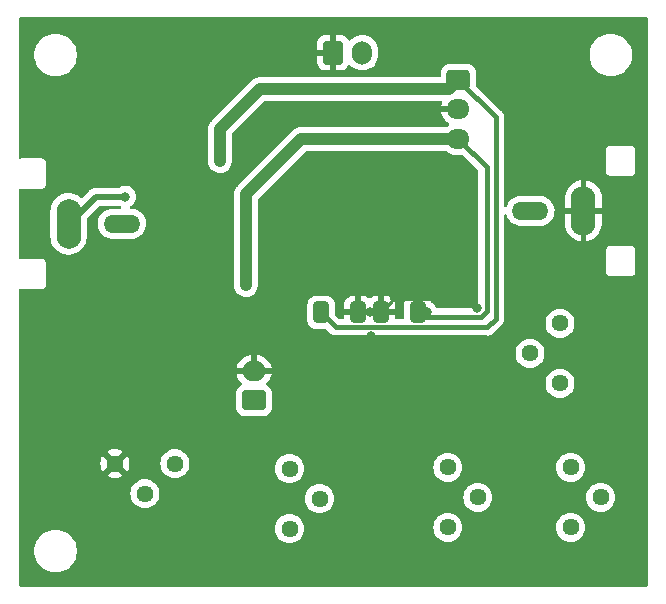
<source format=gbr>
%TF.GenerationSoftware,KiCad,Pcbnew,7.0.1*%
%TF.CreationDate,2023-05-10T23:06:59-04:00*%
%TF.ProjectId,reverb-driver,72657665-7262-42d6-9472-697665722e6b,rev?*%
%TF.SameCoordinates,Original*%
%TF.FileFunction,Copper,L2,Bot*%
%TF.FilePolarity,Positive*%
%FSLAX46Y46*%
G04 Gerber Fmt 4.6, Leading zero omitted, Abs format (unit mm)*
G04 Created by KiCad (PCBNEW 7.0.1) date 2023-05-10 23:06:59*
%MOMM*%
%LPD*%
G01*
G04 APERTURE LIST*
G04 Aperture macros list*
%AMRoundRect*
0 Rectangle with rounded corners*
0 $1 Rounding radius*
0 $2 $3 $4 $5 $6 $7 $8 $9 X,Y pos of 4 corners*
0 Add a 4 corners polygon primitive as box body*
4,1,4,$2,$3,$4,$5,$6,$7,$8,$9,$2,$3,0*
0 Add four circle primitives for the rounded corners*
1,1,$1+$1,$2,$3*
1,1,$1+$1,$4,$5*
1,1,$1+$1,$6,$7*
1,1,$1+$1,$8,$9*
0 Add four rect primitives between the rounded corners*
20,1,$1+$1,$2,$3,$4,$5,0*
20,1,$1+$1,$4,$5,$6,$7,0*
20,1,$1+$1,$6,$7,$8,$9,0*
20,1,$1+$1,$8,$9,$2,$3,0*%
G04 Aperture macros list end*
%TA.AperFunction,ComponentPad*%
%ADD10O,2.100000X4.200000*%
%TD*%
%TA.AperFunction,ComponentPad*%
%ADD11O,3.100000X1.550000*%
%TD*%
%TA.AperFunction,ComponentPad*%
%ADD12RoundRect,0.250000X-0.600000X-0.750000X0.600000X-0.750000X0.600000X0.750000X-0.600000X0.750000X0*%
%TD*%
%TA.AperFunction,ComponentPad*%
%ADD13O,1.700000X2.000000*%
%TD*%
%TA.AperFunction,ComponentPad*%
%ADD14RoundRect,0.250000X0.750000X-0.600000X0.750000X0.600000X-0.750000X0.600000X-0.750000X-0.600000X0*%
%TD*%
%TA.AperFunction,ComponentPad*%
%ADD15O,2.000000X1.700000*%
%TD*%
%TA.AperFunction,ComponentPad*%
%ADD16C,1.440000*%
%TD*%
%TA.AperFunction,ComponentPad*%
%ADD17RoundRect,0.250000X-0.725000X0.600000X-0.725000X-0.600000X0.725000X-0.600000X0.725000X0.600000X0*%
%TD*%
%TA.AperFunction,ComponentPad*%
%ADD18O,1.950000X1.700000*%
%TD*%
%TA.AperFunction,SMDPad,CuDef*%
%ADD19RoundRect,0.250000X-0.412500X-0.650000X0.412500X-0.650000X0.412500X0.650000X-0.412500X0.650000X0*%
%TD*%
%TA.AperFunction,ViaPad*%
%ADD20C,0.800000*%
%TD*%
%TA.AperFunction,Conductor*%
%ADD21C,0.500000*%
%TD*%
%TA.AperFunction,Conductor*%
%ADD22C,0.250000*%
%TD*%
%TA.AperFunction,Conductor*%
%ADD23C,0.400000*%
%TD*%
%TA.AperFunction,Conductor*%
%ADD24C,1.000000*%
%TD*%
G04 APERTURE END LIST*
D10*
%TO.P,J2,1*%
%TO.N,GND*%
X88687500Y-56200000D03*
D11*
%TO.P,J2,2*%
%TO.N,/tank_output*%
X84187500Y-56200000D03*
%TD*%
D12*
%TO.P,J5,1,Pin_1*%
%TO.N,GND*%
X67475000Y-42800000D03*
D13*
%TO.P,J5,2,Pin_2*%
%TO.N,Net-(J5-Pin_2)*%
X69975000Y-42800000D03*
%TD*%
D10*
%TO.P,J1,1*%
%TO.N,/fb*%
X45100000Y-57300000D03*
D11*
%TO.P,J1,2*%
%TO.N,/driver_out*%
X49600000Y-57300000D03*
%TD*%
D14*
%TO.P,J4,1,Pin_1*%
%TO.N,/out*%
X60800000Y-72250000D03*
D15*
%TO.P,J4,2,Pin_2*%
%TO.N,GND*%
X60800000Y-69750000D03*
%TD*%
D16*
%TO.P,RV5,1,1*%
%TO.N,GND*%
X49020000Y-77600000D03*
%TO.P,RV5,2,2*%
%TO.N,Net-(R16-Pad2)*%
X51560000Y-80140000D03*
%TO.P,RV5,3,3*%
%TO.N,Net-(C16-Pad2)*%
X54100000Y-77600000D03*
%TD*%
%TO.P,RV3,1,1*%
%TO.N,Net-(JP1-A)*%
X77200000Y-83000000D03*
%TO.P,RV3,2,2*%
%TO.N,Net-(C14-Pad2)*%
X79740000Y-80460000D03*
%TO.P,RV3,3,3*%
%TO.N,Net-(RV3-Pad3)*%
X77200000Y-77920000D03*
%TD*%
D17*
%TO.P,J3,1,Pin_1*%
%TO.N,/+VB*%
X78100000Y-45100000D03*
D18*
%TO.P,J3,2,Pin_2*%
%TO.N,GND*%
X78100000Y-47600000D03*
%TO.P,J3,3,Pin_3*%
%TO.N,/-VB*%
X78100000Y-50100000D03*
%TD*%
D16*
%TO.P,RV2,1,1*%
%TO.N,Net-(C11-Pad2)*%
X63800000Y-83100000D03*
%TO.P,RV2,2,2*%
%TO.N,Net-(U1B-+)*%
X66340000Y-80560000D03*
%TO.P,RV2,3,3*%
%TO.N,Net-(C1-Pad2)*%
X63800000Y-78020000D03*
%TD*%
%TO.P,RV1,1,1*%
%TO.N,Net-(U1C--)*%
X86700000Y-65720000D03*
%TO.P,RV1,2,2*%
X84160000Y-68260000D03*
%TO.P,RV1,3,3*%
%TO.N,Net-(C4-Pad1)*%
X86700000Y-70800000D03*
%TD*%
%TO.P,RV4,1,1*%
%TO.N,Net-(RV3-Pad3)*%
X87600000Y-83000000D03*
%TO.P,RV4,2,2*%
%TO.N,Net-(C11-Pad2)*%
X90140000Y-80460000D03*
%TO.P,RV4,3,3*%
X87600000Y-77920000D03*
%TD*%
D19*
%TO.P,C13,1*%
%TO.N,GND*%
X71537500Y-64800000D03*
%TO.P,C13,2*%
%TO.N,/-VB*%
X74662500Y-64800000D03*
%TD*%
%TO.P,C12,1*%
%TO.N,/+VB*%
X66475000Y-64800000D03*
%TO.P,C12,2*%
%TO.N,GND*%
X69600000Y-64800000D03*
%TD*%
D20*
%TO.N,GND*%
X70700000Y-66804300D03*
X91157921Y-62342079D03*
X72200000Y-73800000D03*
X91100000Y-83600000D03*
X64800000Y-66100000D03*
X48847600Y-60800000D03*
X79000000Y-67200000D03*
X70400000Y-55800000D03*
X79700000Y-64400000D03*
X82500000Y-62600000D03*
X48847600Y-64900000D03*
X68000000Y-57700000D03*
X70600000Y-64800000D03*
X73900000Y-78400000D03*
X72500000Y-62100000D03*
X83100000Y-43300000D03*
X52246250Y-49346250D03*
X53000000Y-85900000D03*
X82400000Y-53200000D03*
X42200000Y-80300000D03*
X79300000Y-53700000D03*
%TO.N,/+VB*%
X57900000Y-52000000D03*
X66475000Y-64800000D03*
%TO.N,/-VB*%
X75400000Y-64800000D03*
X60100000Y-62500000D03*
%TO.N,/fb*%
X49900000Y-55000000D03*
%TD*%
D21*
%TO.N,GND*%
X73900000Y-75500000D02*
X72200000Y-73800000D01*
D22*
X72500000Y-63600000D02*
X72500000Y-63837500D01*
D23*
X68000000Y-57700000D02*
X68500000Y-57700000D01*
X69600000Y-64800000D02*
X70600000Y-64800000D01*
X53697600Y-69750000D02*
X56870000Y-69750000D01*
X68500000Y-57700000D02*
X70400000Y-55800000D01*
X78847600Y-63547600D02*
X72552400Y-63547600D01*
D22*
X72500000Y-63837500D02*
X71537500Y-64800000D01*
D23*
X79700000Y-64400000D02*
X78847600Y-63547600D01*
X49020000Y-77600000D02*
X56870000Y-69750000D01*
X48847600Y-64900000D02*
X53697600Y-69750000D01*
X70600000Y-64800000D02*
X71537500Y-64800000D01*
X60800000Y-69750000D02*
X67754300Y-69750000D01*
X72552400Y-63547600D02*
X72500000Y-63600000D01*
X67754300Y-69750000D02*
X70700000Y-66804300D01*
D22*
X72500000Y-62100000D02*
X72500000Y-63600000D01*
D23*
X56870000Y-69750000D02*
X60800000Y-69750000D01*
D21*
X73900000Y-78400000D02*
X73900000Y-75500000D01*
D23*
%TO.N,/+VB*%
X66475000Y-64800000D02*
X67727400Y-66052400D01*
X81250000Y-48250000D02*
X78100000Y-45100000D01*
D24*
X61300000Y-45900000D02*
X77300000Y-45900000D01*
D23*
X67727400Y-66052400D02*
X80547600Y-66052400D01*
X81250000Y-65350000D02*
X81250000Y-48250000D01*
D24*
X77300000Y-45900000D02*
X78100000Y-45100000D01*
D23*
X80547600Y-66052400D02*
X81250000Y-65350000D01*
D24*
X57900000Y-49300000D02*
X61300000Y-45900000D01*
X57900000Y-52000000D02*
X57900000Y-49300000D01*
%TO.N,/-VB*%
X60100000Y-54800000D02*
X60100000Y-62500000D01*
D23*
X80500000Y-64600000D02*
X80550000Y-64650000D01*
X80047600Y-65152400D02*
X80550000Y-64650000D01*
D24*
X78100000Y-50100000D02*
X64800000Y-50100000D01*
X64800000Y-50100000D02*
X60100000Y-54800000D01*
D23*
X80500000Y-52500000D02*
X80500000Y-64600000D01*
X75014900Y-65152400D02*
X80047600Y-65152400D01*
X74662500Y-64800000D02*
X75014900Y-65152400D01*
X78100000Y-50100000D02*
X80500000Y-52500000D01*
X75400000Y-64800000D02*
X74662500Y-64800000D01*
D21*
%TO.N,/fb*%
X45100000Y-57300000D02*
X47400000Y-55000000D01*
X47400000Y-55000000D02*
X49900000Y-55000000D01*
%TD*%
%TA.AperFunction,Conductor*%
%TO.N,GND*%
G36*
X94056500Y-39798113D02*
G01*
X94101887Y-39843500D01*
X94118500Y-39905500D01*
X94118500Y-87894500D01*
X94101887Y-87956500D01*
X94056500Y-88001887D01*
X93994500Y-88018500D01*
X41005500Y-88018500D01*
X40943500Y-88001887D01*
X40898113Y-87956500D01*
X40881500Y-87894500D01*
X40881500Y-85134929D01*
X42199500Y-85134929D01*
X42239719Y-85401771D01*
X42319262Y-85659640D01*
X42436347Y-85902771D01*
X42436348Y-85902772D01*
X42436349Y-85902774D01*
X42588365Y-86125741D01*
X42771915Y-86323561D01*
X42982898Y-86491815D01*
X43216602Y-86626743D01*
X43467805Y-86725334D01*
X43730897Y-86785383D01*
X43788533Y-86789702D01*
X43932619Y-86800500D01*
X43932624Y-86800500D01*
X44067376Y-86800500D01*
X44067381Y-86800500D01*
X44193455Y-86791051D01*
X44269103Y-86785383D01*
X44532195Y-86725334D01*
X44783398Y-86626743D01*
X45017102Y-86491815D01*
X45228085Y-86323561D01*
X45411635Y-86125741D01*
X45563651Y-85902775D01*
X45680738Y-85659641D01*
X45760280Y-85401772D01*
X45800500Y-85134929D01*
X45800500Y-84865071D01*
X45760280Y-84598228D01*
X45680738Y-84340359D01*
X45563651Y-84097226D01*
X45411635Y-83874259D01*
X45228085Y-83676439D01*
X45017102Y-83508185D01*
X44783398Y-83373257D01*
X44532195Y-83274666D01*
X44269100Y-83214616D01*
X44067381Y-83199500D01*
X44067376Y-83199500D01*
X43932624Y-83199500D01*
X43932619Y-83199500D01*
X43730899Y-83214616D01*
X43467804Y-83274666D01*
X43216601Y-83373257D01*
X42982899Y-83508184D01*
X42771914Y-83676439D01*
X42588366Y-83874256D01*
X42436348Y-84097227D01*
X42319262Y-84340359D01*
X42239719Y-84598228D01*
X42199500Y-84865071D01*
X42199500Y-85134929D01*
X40881500Y-85134929D01*
X40881500Y-83100000D01*
X62574837Y-83100000D01*
X62593450Y-83312744D01*
X62648724Y-83519031D01*
X62738979Y-83712582D01*
X62861471Y-83887520D01*
X63012479Y-84038528D01*
X63187417Y-84161020D01*
X63187418Y-84161020D01*
X63187419Y-84161021D01*
X63380970Y-84251276D01*
X63587253Y-84306549D01*
X63800000Y-84325162D01*
X64012747Y-84306549D01*
X64219030Y-84251276D01*
X64412581Y-84161021D01*
X64587519Y-84038529D01*
X64738529Y-83887519D01*
X64861021Y-83712581D01*
X64951276Y-83519030D01*
X65006549Y-83312747D01*
X65025162Y-83100000D01*
X65016413Y-83000000D01*
X75974837Y-83000000D01*
X75993450Y-83212744D01*
X76048724Y-83419031D01*
X76138979Y-83612582D01*
X76261471Y-83787520D01*
X76412479Y-83938528D01*
X76587417Y-84061020D01*
X76587418Y-84061020D01*
X76587419Y-84061021D01*
X76780970Y-84151276D01*
X76987253Y-84206549D01*
X77200000Y-84225162D01*
X77412747Y-84206549D01*
X77619030Y-84151276D01*
X77812581Y-84061021D01*
X77987519Y-83938529D01*
X78138529Y-83787519D01*
X78261021Y-83612581D01*
X78351276Y-83419030D01*
X78406549Y-83212747D01*
X78425162Y-83000000D01*
X86374837Y-83000000D01*
X86393450Y-83212744D01*
X86448724Y-83419031D01*
X86538979Y-83612582D01*
X86661471Y-83787520D01*
X86812479Y-83938528D01*
X86987417Y-84061020D01*
X86987418Y-84061020D01*
X86987419Y-84061021D01*
X87180970Y-84151276D01*
X87387253Y-84206549D01*
X87600000Y-84225162D01*
X87812747Y-84206549D01*
X88019030Y-84151276D01*
X88212581Y-84061021D01*
X88387519Y-83938529D01*
X88538529Y-83787519D01*
X88661021Y-83612581D01*
X88751276Y-83419030D01*
X88806549Y-83212747D01*
X88825162Y-83000000D01*
X88806549Y-82787253D01*
X88751276Y-82580970D01*
X88661021Y-82387419D01*
X88608549Y-82312481D01*
X88538528Y-82212479D01*
X88387520Y-82061471D01*
X88212582Y-81938979D01*
X88019031Y-81848724D01*
X87812744Y-81793450D01*
X87600000Y-81774837D01*
X87387255Y-81793450D01*
X87180968Y-81848724D01*
X86987417Y-81938979D01*
X86812479Y-82061471D01*
X86661471Y-82212479D01*
X86538979Y-82387417D01*
X86448724Y-82580968D01*
X86393450Y-82787255D01*
X86374837Y-83000000D01*
X78425162Y-83000000D01*
X78406549Y-82787253D01*
X78351276Y-82580970D01*
X78261021Y-82387419D01*
X78208549Y-82312481D01*
X78138528Y-82212479D01*
X77987520Y-82061471D01*
X77812582Y-81938979D01*
X77619031Y-81848724D01*
X77412744Y-81793450D01*
X77200000Y-81774837D01*
X76987255Y-81793450D01*
X76780968Y-81848724D01*
X76587417Y-81938979D01*
X76412479Y-82061471D01*
X76261471Y-82212479D01*
X76138979Y-82387417D01*
X76048724Y-82580968D01*
X75993450Y-82787255D01*
X75974837Y-83000000D01*
X65016413Y-83000000D01*
X65006549Y-82887253D01*
X64951276Y-82680970D01*
X64861021Y-82487419D01*
X64790999Y-82387417D01*
X64738528Y-82312479D01*
X64587520Y-82161471D01*
X64412582Y-82038979D01*
X64219031Y-81948724D01*
X64012744Y-81893450D01*
X63800000Y-81874837D01*
X63587255Y-81893450D01*
X63380968Y-81948724D01*
X63187417Y-82038979D01*
X63012479Y-82161471D01*
X62861471Y-82312479D01*
X62738979Y-82487417D01*
X62648724Y-82680968D01*
X62593450Y-82887255D01*
X62574837Y-83100000D01*
X40881500Y-83100000D01*
X40881500Y-80139999D01*
X50334837Y-80139999D01*
X50353450Y-80352744D01*
X50408724Y-80559031D01*
X50498979Y-80752582D01*
X50621471Y-80927520D01*
X50772479Y-81078528D01*
X50947417Y-81201020D01*
X50947418Y-81201020D01*
X50947419Y-81201021D01*
X51140970Y-81291276D01*
X51347253Y-81346549D01*
X51489084Y-81358957D01*
X51559999Y-81365162D01*
X51559999Y-81365161D01*
X51560000Y-81365162D01*
X51772747Y-81346549D01*
X51979030Y-81291276D01*
X52172581Y-81201021D01*
X52347519Y-81078529D01*
X52498529Y-80927519D01*
X52621021Y-80752581D01*
X52710824Y-80559999D01*
X65114837Y-80559999D01*
X65133450Y-80772744D01*
X65188724Y-80979031D01*
X65278979Y-81172582D01*
X65401471Y-81347520D01*
X65552479Y-81498528D01*
X65727417Y-81621020D01*
X65727418Y-81621020D01*
X65727419Y-81621021D01*
X65920970Y-81711276D01*
X66127253Y-81766549D01*
X66269084Y-81778957D01*
X66339999Y-81785162D01*
X66339999Y-81785161D01*
X66340000Y-81785162D01*
X66552747Y-81766549D01*
X66759030Y-81711276D01*
X66952581Y-81621021D01*
X67127519Y-81498529D01*
X67278529Y-81347519D01*
X67401021Y-81172581D01*
X67491276Y-80979030D01*
X67546549Y-80772747D01*
X67565162Y-80560000D01*
X67556413Y-80460000D01*
X78514837Y-80460000D01*
X78533450Y-80672744D01*
X78588724Y-80879031D01*
X78678979Y-81072582D01*
X78801471Y-81247520D01*
X78952479Y-81398528D01*
X79127417Y-81521020D01*
X79127418Y-81521020D01*
X79127419Y-81521021D01*
X79320970Y-81611276D01*
X79527253Y-81666549D01*
X79740000Y-81685162D01*
X79952747Y-81666549D01*
X80159030Y-81611276D01*
X80352581Y-81521021D01*
X80527519Y-81398529D01*
X80678529Y-81247519D01*
X80801021Y-81072581D01*
X80891276Y-80879030D01*
X80946549Y-80672747D01*
X80965162Y-80460000D01*
X88914837Y-80460000D01*
X88933450Y-80672744D01*
X88988724Y-80879031D01*
X89078979Y-81072582D01*
X89201471Y-81247520D01*
X89352479Y-81398528D01*
X89527417Y-81521020D01*
X89527418Y-81521020D01*
X89527419Y-81521021D01*
X89720970Y-81611276D01*
X89927253Y-81666549D01*
X90140000Y-81685162D01*
X90352747Y-81666549D01*
X90559030Y-81611276D01*
X90752581Y-81521021D01*
X90927519Y-81398529D01*
X91078529Y-81247519D01*
X91201021Y-81072581D01*
X91291276Y-80879030D01*
X91346549Y-80672747D01*
X91365162Y-80460000D01*
X91346549Y-80247253D01*
X91291276Y-80040970D01*
X91201021Y-79847419D01*
X91148549Y-79772481D01*
X91078528Y-79672479D01*
X90927520Y-79521471D01*
X90752582Y-79398979D01*
X90559031Y-79308724D01*
X90352744Y-79253450D01*
X90139999Y-79234837D01*
X89927255Y-79253450D01*
X89720968Y-79308724D01*
X89527417Y-79398979D01*
X89352479Y-79521471D01*
X89201471Y-79672479D01*
X89078979Y-79847417D01*
X88988724Y-80040968D01*
X88933450Y-80247255D01*
X88914837Y-80460000D01*
X80965162Y-80460000D01*
X80946549Y-80247253D01*
X80891276Y-80040970D01*
X80801021Y-79847419D01*
X80748549Y-79772481D01*
X80678528Y-79672479D01*
X80527520Y-79521471D01*
X80352582Y-79398979D01*
X80159031Y-79308724D01*
X79952744Y-79253450D01*
X79739999Y-79234837D01*
X79527255Y-79253450D01*
X79320968Y-79308724D01*
X79127417Y-79398979D01*
X78952479Y-79521471D01*
X78801471Y-79672479D01*
X78678979Y-79847417D01*
X78588724Y-80040968D01*
X78533450Y-80247255D01*
X78514837Y-80460000D01*
X67556413Y-80460000D01*
X67546549Y-80347253D01*
X67491276Y-80140970D01*
X67401021Y-79947419D01*
X67386902Y-79927255D01*
X67278528Y-79772479D01*
X67127520Y-79621471D01*
X66952582Y-79498979D01*
X66759031Y-79408724D01*
X66552744Y-79353450D01*
X66340000Y-79334837D01*
X66127255Y-79353450D01*
X65920968Y-79408724D01*
X65727417Y-79498979D01*
X65552479Y-79621471D01*
X65401471Y-79772479D01*
X65278979Y-79947417D01*
X65188724Y-80140968D01*
X65133450Y-80347255D01*
X65114837Y-80559999D01*
X52710824Y-80559999D01*
X52711276Y-80559030D01*
X52766549Y-80352747D01*
X52785162Y-80140000D01*
X52766549Y-79927253D01*
X52711276Y-79720970D01*
X52621021Y-79527419D01*
X52616856Y-79521471D01*
X52498528Y-79352479D01*
X52347520Y-79201471D01*
X52172582Y-79078979D01*
X51979031Y-78988724D01*
X51772744Y-78933450D01*
X51560000Y-78914837D01*
X51347255Y-78933450D01*
X51140968Y-78988724D01*
X50947417Y-79078979D01*
X50772479Y-79201471D01*
X50621471Y-79352479D01*
X50498979Y-79527417D01*
X50408724Y-79720968D01*
X50353450Y-79927255D01*
X50334837Y-80139999D01*
X40881500Y-80139999D01*
X40881500Y-78621583D01*
X48351967Y-78621583D01*
X48407670Y-78660587D01*
X48601138Y-78750802D01*
X48807342Y-78806055D01*
X49020000Y-78824660D01*
X49232657Y-78806055D01*
X49438861Y-78750802D01*
X49632325Y-78660589D01*
X49688030Y-78621583D01*
X49020001Y-77953553D01*
X49020000Y-77953553D01*
X48351967Y-78621583D01*
X40881500Y-78621583D01*
X40881500Y-77600000D01*
X47795339Y-77600000D01*
X47813944Y-77812657D01*
X47869197Y-78018861D01*
X47959410Y-78212326D01*
X47998415Y-78268030D01*
X47998416Y-78268031D01*
X48666447Y-77600001D01*
X49373553Y-77600001D01*
X50041583Y-78268030D01*
X50080589Y-78212325D01*
X50170802Y-78018861D01*
X50226055Y-77812657D01*
X50244660Y-77600000D01*
X52874837Y-77600000D01*
X52893450Y-77812744D01*
X52948724Y-78019031D01*
X53038979Y-78212582D01*
X53161471Y-78387520D01*
X53312479Y-78538528D01*
X53487417Y-78661020D01*
X53487418Y-78661020D01*
X53487419Y-78661021D01*
X53680970Y-78751276D01*
X53887253Y-78806549D01*
X54100000Y-78825162D01*
X54312747Y-78806549D01*
X54519030Y-78751276D01*
X54712581Y-78661021D01*
X54887519Y-78538529D01*
X55038529Y-78387519D01*
X55161021Y-78212581D01*
X55250824Y-78019999D01*
X62574837Y-78019999D01*
X62593450Y-78232744D01*
X62648724Y-78439031D01*
X62738979Y-78632582D01*
X62861471Y-78807520D01*
X63012479Y-78958528D01*
X63187417Y-79081020D01*
X63187418Y-79081020D01*
X63187419Y-79081021D01*
X63380970Y-79171276D01*
X63587253Y-79226549D01*
X63800000Y-79245162D01*
X64012747Y-79226549D01*
X64219030Y-79171276D01*
X64412581Y-79081021D01*
X64587519Y-78958529D01*
X64738529Y-78807519D01*
X64861021Y-78632581D01*
X64951276Y-78439030D01*
X65006549Y-78232747D01*
X65025162Y-78020000D01*
X65016413Y-77919999D01*
X75974837Y-77919999D01*
X75993450Y-78132744D01*
X76048724Y-78339031D01*
X76138979Y-78532582D01*
X76261471Y-78707520D01*
X76412479Y-78858528D01*
X76587417Y-78981020D01*
X76587418Y-78981020D01*
X76587419Y-78981021D01*
X76780970Y-79071276D01*
X76987253Y-79126549D01*
X77200000Y-79145162D01*
X77412747Y-79126549D01*
X77619030Y-79071276D01*
X77812581Y-78981021D01*
X77987519Y-78858529D01*
X78138529Y-78707519D01*
X78261021Y-78532581D01*
X78351276Y-78339030D01*
X78406549Y-78132747D01*
X78425162Y-77920000D01*
X78425162Y-77919999D01*
X86374837Y-77919999D01*
X86393450Y-78132744D01*
X86448724Y-78339031D01*
X86538979Y-78532582D01*
X86661471Y-78707520D01*
X86812479Y-78858528D01*
X86987417Y-78981020D01*
X86987418Y-78981020D01*
X86987419Y-78981021D01*
X87180970Y-79071276D01*
X87387253Y-79126549D01*
X87600000Y-79145162D01*
X87812747Y-79126549D01*
X88019030Y-79071276D01*
X88212581Y-78981021D01*
X88387519Y-78858529D01*
X88538529Y-78707519D01*
X88661021Y-78532581D01*
X88751276Y-78339030D01*
X88806549Y-78132747D01*
X88825162Y-77920000D01*
X88806549Y-77707253D01*
X88751276Y-77500970D01*
X88661021Y-77307419D01*
X88618328Y-77246447D01*
X88538528Y-77132479D01*
X88387520Y-76981471D01*
X88212582Y-76858979D01*
X88019031Y-76768724D01*
X87812744Y-76713450D01*
X87600000Y-76694837D01*
X87387255Y-76713450D01*
X87180968Y-76768724D01*
X86987417Y-76858979D01*
X86812479Y-76981471D01*
X86661471Y-77132479D01*
X86538979Y-77307417D01*
X86448724Y-77500968D01*
X86393450Y-77707255D01*
X86374837Y-77919999D01*
X78425162Y-77919999D01*
X78406549Y-77707253D01*
X78351276Y-77500970D01*
X78261021Y-77307419D01*
X78218328Y-77246447D01*
X78138528Y-77132479D01*
X77987520Y-76981471D01*
X77812582Y-76858979D01*
X77619031Y-76768724D01*
X77412744Y-76713450D01*
X77200000Y-76694837D01*
X76987255Y-76713450D01*
X76780968Y-76768724D01*
X76587417Y-76858979D01*
X76412479Y-76981471D01*
X76261471Y-77132479D01*
X76138979Y-77307417D01*
X76048724Y-77500968D01*
X75993450Y-77707255D01*
X75974837Y-77919999D01*
X65016413Y-77919999D01*
X65006549Y-77807253D01*
X64951276Y-77600970D01*
X64861021Y-77407419D01*
X64846902Y-77387255D01*
X64738528Y-77232479D01*
X64587520Y-77081471D01*
X64412582Y-76958979D01*
X64219031Y-76868724D01*
X64012744Y-76813450D01*
X63800000Y-76794837D01*
X63587255Y-76813450D01*
X63380968Y-76868724D01*
X63187417Y-76958979D01*
X63012479Y-77081471D01*
X62861471Y-77232479D01*
X62738979Y-77407417D01*
X62648724Y-77600968D01*
X62593450Y-77807255D01*
X62574837Y-78019999D01*
X55250824Y-78019999D01*
X55251276Y-78019030D01*
X55306549Y-77812747D01*
X55325162Y-77600000D01*
X55306549Y-77387253D01*
X55251276Y-77180970D01*
X55161021Y-76987419D01*
X55156856Y-76981471D01*
X55038528Y-76812479D01*
X54887520Y-76661471D01*
X54712582Y-76538979D01*
X54519031Y-76448724D01*
X54312744Y-76393450D01*
X54100000Y-76374837D01*
X53887255Y-76393450D01*
X53680968Y-76448724D01*
X53487417Y-76538979D01*
X53312479Y-76661471D01*
X53161471Y-76812479D01*
X53038979Y-76987417D01*
X52948724Y-77180968D01*
X52893450Y-77387255D01*
X52874837Y-77600000D01*
X50244660Y-77600000D01*
X50226055Y-77387342D01*
X50170802Y-77181138D01*
X50080587Y-76987670D01*
X50041583Y-76931967D01*
X49373553Y-77600000D01*
X49373553Y-77600001D01*
X48666447Y-77600001D01*
X48666447Y-77600000D01*
X47998414Y-76931967D01*
X47959411Y-76987672D01*
X47869197Y-77181138D01*
X47813944Y-77387342D01*
X47795339Y-77600000D01*
X40881500Y-77600000D01*
X40881500Y-76578414D01*
X48351967Y-76578414D01*
X49020000Y-77246447D01*
X49020001Y-77246447D01*
X49688031Y-76578416D01*
X49688030Y-76578415D01*
X49632326Y-76539410D01*
X49438861Y-76449197D01*
X49232657Y-76393944D01*
X49020000Y-76375339D01*
X48807342Y-76393944D01*
X48601138Y-76449197D01*
X48407672Y-76539411D01*
X48351967Y-76578414D01*
X40881500Y-76578414D01*
X40881500Y-72900008D01*
X59299500Y-72900008D01*
X59310000Y-73002796D01*
X59365186Y-73169334D01*
X59457288Y-73318657D01*
X59581342Y-73442711D01*
X59581344Y-73442712D01*
X59730666Y-73534814D01*
X59842017Y-73571712D01*
X59897202Y-73589999D01*
X59907702Y-73591071D01*
X59999991Y-73600500D01*
X61600008Y-73600499D01*
X61702797Y-73589999D01*
X61869334Y-73534814D01*
X62018656Y-73442712D01*
X62142712Y-73318656D01*
X62234814Y-73169334D01*
X62289999Y-73002797D01*
X62300500Y-72900009D01*
X62300499Y-71599992D01*
X62289999Y-71497203D01*
X62234814Y-71330666D01*
X62142712Y-71181344D01*
X62142711Y-71181342D01*
X62018657Y-71057288D01*
X61863441Y-70961551D01*
X61823957Y-70922638D01*
X61805375Y-70870408D01*
X61811411Y-70815301D01*
X61821003Y-70800000D01*
X85474837Y-70800000D01*
X85493450Y-71012744D01*
X85548724Y-71219031D01*
X85638979Y-71412582D01*
X85761471Y-71587520D01*
X85912479Y-71738528D01*
X86087417Y-71861020D01*
X86087418Y-71861020D01*
X86087419Y-71861021D01*
X86280970Y-71951276D01*
X86487253Y-72006549D01*
X86629084Y-72018957D01*
X86699999Y-72025162D01*
X86699999Y-72025161D01*
X86700000Y-72025162D01*
X86912747Y-72006549D01*
X87119030Y-71951276D01*
X87312581Y-71861021D01*
X87487519Y-71738529D01*
X87638529Y-71587519D01*
X87761021Y-71412581D01*
X87851276Y-71219030D01*
X87906549Y-71012747D01*
X87925162Y-70800000D01*
X87906549Y-70587253D01*
X87851276Y-70380970D01*
X87761021Y-70187419D01*
X87638529Y-70012481D01*
X87638528Y-70012479D01*
X87487520Y-69861471D01*
X87312582Y-69738979D01*
X87119031Y-69648724D01*
X86912744Y-69593450D01*
X86700000Y-69574837D01*
X86487255Y-69593450D01*
X86280968Y-69648724D01*
X86087417Y-69738979D01*
X85912479Y-69861471D01*
X85761471Y-70012479D01*
X85638979Y-70187417D01*
X85548724Y-70380968D01*
X85493450Y-70587255D01*
X85474837Y-70800000D01*
X61821003Y-70800000D01*
X61840856Y-70768330D01*
X61988109Y-70621077D01*
X62123600Y-70427576D01*
X62223430Y-70213492D01*
X62280636Y-70000000D01*
X59319364Y-70000000D01*
X59376569Y-70213492D01*
X59476400Y-70427578D01*
X59611890Y-70621078D01*
X59759143Y-70768331D01*
X59788588Y-70815301D01*
X59794624Y-70870408D01*
X59776042Y-70922637D01*
X59736559Y-70961551D01*
X59581341Y-71057289D01*
X59457288Y-71181342D01*
X59365186Y-71330665D01*
X59310000Y-71497202D01*
X59299500Y-71599990D01*
X59299500Y-72900008D01*
X40881500Y-72900008D01*
X40881500Y-69500000D01*
X59319364Y-69500000D01*
X60550000Y-69500000D01*
X60550000Y-68403593D01*
X60549999Y-68403592D01*
X61050000Y-68403592D01*
X61050000Y-69500000D01*
X62280636Y-69500000D01*
X62280635Y-69499999D01*
X62223430Y-69286507D01*
X62123599Y-69072421D01*
X61988109Y-68878921D01*
X61821078Y-68711890D01*
X61627578Y-68576400D01*
X61413492Y-68476569D01*
X61185318Y-68415430D01*
X61050000Y-68403592D01*
X60549999Y-68403592D01*
X60414681Y-68415430D01*
X60186507Y-68476569D01*
X59972421Y-68576400D01*
X59778921Y-68711890D01*
X59611893Y-68878918D01*
X59476399Y-69072423D01*
X59376569Y-69286507D01*
X59319364Y-69499999D01*
X59319364Y-69500000D01*
X40881500Y-69500000D01*
X40881500Y-68259999D01*
X82934837Y-68259999D01*
X82953450Y-68472744D01*
X83008724Y-68679031D01*
X83098979Y-68872582D01*
X83221471Y-69047520D01*
X83372479Y-69198528D01*
X83547417Y-69321020D01*
X83547418Y-69321020D01*
X83547419Y-69321021D01*
X83740970Y-69411276D01*
X83947253Y-69466549D01*
X84160000Y-69485162D01*
X84372747Y-69466549D01*
X84579030Y-69411276D01*
X84772581Y-69321021D01*
X84947519Y-69198529D01*
X85098529Y-69047519D01*
X85221021Y-68872581D01*
X85311276Y-68679030D01*
X85366549Y-68472747D01*
X85385162Y-68260000D01*
X85366549Y-68047253D01*
X85311276Y-67840970D01*
X85221021Y-67647419D01*
X85098529Y-67472481D01*
X85098528Y-67472479D01*
X84947520Y-67321471D01*
X84772582Y-67198979D01*
X84579031Y-67108724D01*
X84372744Y-67053450D01*
X84160000Y-67034837D01*
X83947255Y-67053450D01*
X83740968Y-67108724D01*
X83547417Y-67198979D01*
X83372479Y-67321471D01*
X83221471Y-67472479D01*
X83098979Y-67647417D01*
X83008724Y-67840968D01*
X82953450Y-68047255D01*
X82934837Y-68259999D01*
X40881500Y-68259999D01*
X40881500Y-62952017D01*
X40895249Y-62895266D01*
X40933446Y-62851100D01*
X40987621Y-62829313D01*
X41015646Y-62831927D01*
X41015646Y-62831500D01*
X41036339Y-62831500D01*
X41079087Y-62831500D01*
X41089325Y-62831923D01*
X41092330Y-62832171D01*
X41131940Y-62835454D01*
X41132571Y-62835294D01*
X41163011Y-62831500D01*
X42779087Y-62831500D01*
X42789325Y-62831923D01*
X42792560Y-62832191D01*
X42831940Y-62835454D01*
X42873396Y-62824954D01*
X42883416Y-62822854D01*
X42925586Y-62815818D01*
X42926159Y-62815507D01*
X42954734Y-62804357D01*
X42955366Y-62804198D01*
X42991158Y-62780813D01*
X42999964Y-62775567D01*
X43015068Y-62767393D01*
X43037562Y-62755220D01*
X43037996Y-62754747D01*
X43061414Y-62734914D01*
X43061956Y-62734560D01*
X43088231Y-62700799D01*
X43094825Y-62693014D01*
X43123795Y-62661546D01*
X43124054Y-62660954D01*
X43139760Y-62634595D01*
X43140158Y-62634085D01*
X43154040Y-62593645D01*
X43157759Y-62584113D01*
X43174940Y-62544948D01*
X43174993Y-62544296D01*
X43181288Y-62514275D01*
X43181500Y-62513661D01*
X43181500Y-62470913D01*
X43181923Y-62460675D01*
X43182155Y-62457868D01*
X43185454Y-62418060D01*
X43185294Y-62417428D01*
X43181500Y-62386989D01*
X43181500Y-60670913D01*
X43181923Y-60660675D01*
X43182191Y-60657439D01*
X43185454Y-60618060D01*
X43174951Y-60576588D01*
X43172853Y-60566578D01*
X43165818Y-60524414D01*
X43165507Y-60523839D01*
X43154358Y-60495265D01*
X43154198Y-60494634D01*
X43130808Y-60458831D01*
X43125563Y-60450029D01*
X43105220Y-60412438D01*
X43104741Y-60411997D01*
X43084917Y-60388590D01*
X43084560Y-60388044D01*
X43084558Y-60388042D01*
X43050818Y-60361782D01*
X43042998Y-60355158D01*
X43011545Y-60326204D01*
X43010943Y-60325940D01*
X42984607Y-60310247D01*
X42984086Y-60309842D01*
X42943647Y-60295958D01*
X42934104Y-60292235D01*
X42897777Y-60276301D01*
X42894948Y-60275060D01*
X42894947Y-60275059D01*
X42894945Y-60275059D01*
X42894291Y-60275005D01*
X42864282Y-60268712D01*
X42863664Y-60268500D01*
X42863661Y-60268500D01*
X42820913Y-60268500D01*
X42810675Y-60268077D01*
X42796548Y-60266906D01*
X42768060Y-60264546D01*
X42768059Y-60264546D01*
X42767428Y-60264706D01*
X42736989Y-60268500D01*
X41120913Y-60268500D01*
X41110675Y-60268077D01*
X41089456Y-60266318D01*
X41068060Y-60264546D01*
X41068059Y-60264546D01*
X41035939Y-60272680D01*
X40980052Y-60273835D01*
X40929337Y-60250327D01*
X40894099Y-60206934D01*
X40881500Y-60152474D01*
X40881500Y-58412481D01*
X43549500Y-58412481D01*
X43564372Y-58596708D01*
X43564600Y-58599526D01*
X43624509Y-58842589D01*
X43722636Y-59072901D01*
X43780589Y-59164546D01*
X43856432Y-59284481D01*
X43954019Y-59394634D01*
X44017755Y-59466578D01*
X44022437Y-59471862D01*
X44216350Y-59630188D01*
X44433150Y-59755357D01*
X44667220Y-59844128D01*
X44912500Y-59894202D01*
X44995878Y-59897562D01*
X45162631Y-59904282D01*
X45162631Y-59904281D01*
X45162635Y-59904282D01*
X45411149Y-59874107D01*
X45651604Y-59804459D01*
X45877772Y-59697141D01*
X46083797Y-59554932D01*
X46264341Y-59381516D01*
X46414730Y-59181385D01*
X46531069Y-58959721D01*
X46610343Y-58722266D01*
X46650500Y-58475169D01*
X46650500Y-56862230D01*
X46659939Y-56814777D01*
X46686819Y-56774549D01*
X47674548Y-55786819D01*
X47714776Y-55759939D01*
X47762229Y-55750500D01*
X49360663Y-55750500D01*
X49398982Y-55756569D01*
X49433550Y-55774183D01*
X49447270Y-55784151D01*
X49447271Y-55784151D01*
X49447272Y-55784152D01*
X49454163Y-55787221D01*
X49505550Y-55829732D01*
X49527482Y-55892714D01*
X49513616Y-55957949D01*
X49467962Y-56006565D01*
X49403727Y-56024500D01*
X48767713Y-56024500D01*
X48596330Y-56039925D01*
X48596327Y-56039925D01*
X48596325Y-56039926D01*
X48375010Y-56101004D01*
X48168154Y-56200619D01*
X48030922Y-56300325D01*
X47982407Y-56335575D01*
X47982405Y-56335576D01*
X47982405Y-56335577D01*
X47823742Y-56501523D01*
X47697259Y-56693138D01*
X47607024Y-56904253D01*
X47555934Y-57128094D01*
X47545633Y-57357454D01*
X47576453Y-57584974D01*
X47647400Y-57803328D01*
X47756201Y-58005513D01*
X47899346Y-58185012D01*
X48072245Y-58336069D01*
X48072246Y-58336070D01*
X48072249Y-58336072D01*
X48200136Y-58412481D01*
X48269346Y-58453832D01*
X48484300Y-58534506D01*
X48710200Y-58575500D01*
X48710203Y-58575500D01*
X50432284Y-58575500D01*
X50432287Y-58575500D01*
X50603670Y-58560075D01*
X50824990Y-58498995D01*
X50921064Y-58452728D01*
X51031845Y-58399380D01*
X51070218Y-58371500D01*
X51217593Y-58264425D01*
X51376257Y-58098476D01*
X51502740Y-57906863D01*
X51592976Y-57695744D01*
X51644066Y-57471907D01*
X51654366Y-57242544D01*
X51623547Y-57015027D01*
X51552599Y-56796670D01*
X51443801Y-56594490D01*
X51443798Y-56594486D01*
X51300653Y-56414987D01*
X51127754Y-56263930D01*
X51116918Y-56257456D01*
X50930656Y-56146169D01*
X50930653Y-56146167D01*
X50715699Y-56065493D01*
X50489800Y-56024500D01*
X50489797Y-56024500D01*
X50396273Y-56024500D01*
X50332038Y-56006565D01*
X50286384Y-55957949D01*
X50272518Y-55892714D01*
X50294450Y-55829732D01*
X50345837Y-55787221D01*
X50352730Y-55784151D01*
X50505870Y-55672889D01*
X50632533Y-55532216D01*
X50727179Y-55368284D01*
X50744496Y-55314987D01*
X50785674Y-55188256D01*
X50805460Y-55000000D01*
X50785674Y-54811744D01*
X50735578Y-54657564D01*
X50727179Y-54631715D01*
X50632533Y-54467783D01*
X50505870Y-54327110D01*
X50352730Y-54215848D01*
X50179802Y-54138855D01*
X49994648Y-54099500D01*
X49994646Y-54099500D01*
X49805354Y-54099500D01*
X49805352Y-54099500D01*
X49620197Y-54138855D01*
X49447271Y-54215847D01*
X49433550Y-54225817D01*
X49398982Y-54243431D01*
X49360663Y-54249500D01*
X47463706Y-54249500D01*
X47445736Y-54248191D01*
X47431853Y-54246157D01*
X47421977Y-54244711D01*
X47421976Y-54244711D01*
X47372634Y-54249028D01*
X47361827Y-54249500D01*
X47356289Y-54249500D01*
X47325487Y-54253099D01*
X47321906Y-54253465D01*
X47245952Y-54260111D01*
X47226926Y-54264329D01*
X47155245Y-54290417D01*
X47151842Y-54291600D01*
X47079474Y-54315580D01*
X47061927Y-54324076D01*
X46998236Y-54365965D01*
X46995196Y-54367902D01*
X46930280Y-54407943D01*
X46915165Y-54420255D01*
X46862848Y-54475708D01*
X46860336Y-54478294D01*
X46274960Y-55063670D01*
X46223374Y-55094619D01*
X46163292Y-55097647D01*
X46108856Y-55072040D01*
X45983649Y-54969811D01*
X45766850Y-54844643D01*
X45532779Y-54755871D01*
X45287497Y-54705797D01*
X45037368Y-54695717D01*
X44788848Y-54725893D01*
X44548398Y-54795540D01*
X44322226Y-54902860D01*
X44116202Y-55045068D01*
X43935659Y-55218483D01*
X43785268Y-55418616D01*
X43668931Y-55640276D01*
X43589656Y-55877736D01*
X43563298Y-56039926D01*
X43549500Y-56124831D01*
X43549500Y-58412481D01*
X40881500Y-58412481D01*
X40881500Y-54452017D01*
X40895249Y-54395266D01*
X40933446Y-54351100D01*
X40987621Y-54329313D01*
X41015646Y-54331927D01*
X41015646Y-54331500D01*
X41036339Y-54331500D01*
X41079087Y-54331500D01*
X41089325Y-54331923D01*
X41092330Y-54332171D01*
X41131940Y-54335454D01*
X41132571Y-54335294D01*
X41163011Y-54331500D01*
X42779087Y-54331500D01*
X42789325Y-54331923D01*
X42792560Y-54332191D01*
X42831940Y-54335454D01*
X42873396Y-54324954D01*
X42883416Y-54322854D01*
X42925586Y-54315818D01*
X42926159Y-54315507D01*
X42954734Y-54304357D01*
X42955366Y-54304198D01*
X42991158Y-54280813D01*
X42999964Y-54275567D01*
X43019935Y-54264759D01*
X43037562Y-54255220D01*
X43037996Y-54254747D01*
X43061414Y-54234914D01*
X43061956Y-54234560D01*
X43088231Y-54200799D01*
X43094825Y-54193014D01*
X43123795Y-54161546D01*
X43124054Y-54160954D01*
X43139760Y-54134595D01*
X43140158Y-54134085D01*
X43154040Y-54093645D01*
X43157759Y-54084113D01*
X43174940Y-54044948D01*
X43174993Y-54044296D01*
X43181288Y-54014275D01*
X43181500Y-54013661D01*
X43181500Y-53970913D01*
X43181923Y-53960675D01*
X43183184Y-53945456D01*
X43185454Y-53918060D01*
X43185294Y-53917428D01*
X43181500Y-53886989D01*
X43181500Y-52170913D01*
X43181923Y-52160675D01*
X43182191Y-52157439D01*
X43185454Y-52118060D01*
X43174951Y-52076588D01*
X43172853Y-52066578D01*
X43170210Y-52050740D01*
X43165818Y-52024414D01*
X43165507Y-52023839D01*
X43154358Y-51995265D01*
X43154198Y-51994634D01*
X43130808Y-51958831D01*
X43125563Y-51950029D01*
X43105220Y-51912438D01*
X43104741Y-51911997D01*
X43084917Y-51888590D01*
X43084560Y-51888044D01*
X43084558Y-51888042D01*
X43050818Y-51861782D01*
X43042998Y-51855158D01*
X43011545Y-51826204D01*
X43010943Y-51825940D01*
X42984607Y-51810247D01*
X42984086Y-51809842D01*
X42943647Y-51795958D01*
X42934104Y-51792235D01*
X42897777Y-51776301D01*
X42894948Y-51775060D01*
X42894947Y-51775059D01*
X42894945Y-51775059D01*
X42894291Y-51775005D01*
X42864282Y-51768712D01*
X42863664Y-51768500D01*
X42863661Y-51768500D01*
X42820913Y-51768500D01*
X42810675Y-51768077D01*
X42796548Y-51766906D01*
X42768060Y-51764546D01*
X42768059Y-51764546D01*
X42767428Y-51764706D01*
X42736989Y-51768500D01*
X41120913Y-51768500D01*
X41110675Y-51768077D01*
X41089456Y-51766318D01*
X41068060Y-51764546D01*
X41068059Y-51764546D01*
X41035939Y-51772680D01*
X40980052Y-51773835D01*
X40929337Y-51750327D01*
X40894099Y-51706934D01*
X40881500Y-51652474D01*
X40881500Y-49325477D01*
X56894663Y-49325477D01*
X56898506Y-49355651D01*
X56899500Y-49371317D01*
X56899500Y-52050742D01*
X56901625Y-52071640D01*
X56914926Y-52202440D01*
X56945868Y-52301058D01*
X56975841Y-52396588D01*
X57074591Y-52574502D01*
X57207134Y-52728895D01*
X57368042Y-52853448D01*
X57550729Y-52943060D01*
X57747715Y-52994063D01*
X57950936Y-53004369D01*
X57950936Y-53004368D01*
X57950937Y-53004369D01*
X58152071Y-52973556D01*
X58234413Y-52943060D01*
X58342887Y-52902886D01*
X58515571Y-52795252D01*
X58663053Y-52655059D01*
X58779295Y-52488049D01*
X58859540Y-52301058D01*
X58900500Y-52101741D01*
X58900500Y-49765783D01*
X58909939Y-49718330D01*
X58936819Y-49678102D01*
X61678101Y-46936819D01*
X61718329Y-46909939D01*
X61765782Y-46900500D01*
X76616981Y-46900500D01*
X76676624Y-46915786D01*
X76721562Y-46957875D01*
X76740716Y-47016391D01*
X76729363Y-47076905D01*
X76701569Y-47136507D01*
X76644364Y-47349999D01*
X76644364Y-47350000D01*
X78226000Y-47350000D01*
X78288000Y-47366613D01*
X78333387Y-47412000D01*
X78350000Y-47474000D01*
X78350000Y-47726000D01*
X78333387Y-47788000D01*
X78288000Y-47833387D01*
X78226000Y-47850000D01*
X76644364Y-47850000D01*
X76701569Y-48063492D01*
X76801400Y-48277578D01*
X76936890Y-48471078D01*
X77103921Y-48638109D01*
X77261032Y-48748119D01*
X77299898Y-48792437D01*
X77313909Y-48849694D01*
X77299898Y-48906951D01*
X77261033Y-48951268D01*
X77103841Y-49061336D01*
X77103595Y-49061508D01*
X77101923Y-49063181D01*
X77061695Y-49090061D01*
X77014242Y-49099500D01*
X64814279Y-49099500D01*
X64811137Y-49099460D01*
X64723637Y-49097242D01*
X64665580Y-49107648D01*
X64656251Y-49108957D01*
X64597562Y-49114926D01*
X64568527Y-49124035D01*
X64553290Y-49127774D01*
X64523346Y-49133141D01*
X64468568Y-49155021D01*
X64459698Y-49158179D01*
X64403414Y-49175839D01*
X64376819Y-49190601D01*
X64362641Y-49197334D01*
X64334385Y-49208620D01*
X64285122Y-49241087D01*
X64277066Y-49245967D01*
X64225495Y-49274591D01*
X64202406Y-49294412D01*
X64189883Y-49303855D01*
X64164484Y-49320596D01*
X64122782Y-49362297D01*
X64115875Y-49368698D01*
X64071104Y-49407134D01*
X64052480Y-49431194D01*
X64042107Y-49442971D01*
X59402646Y-54082432D01*
X59400399Y-54084623D01*
X59336948Y-54144939D01*
X59303244Y-54193362D01*
X59297573Y-54200882D01*
X59260301Y-54246593D01*
X59246210Y-54273566D01*
X59238082Y-54286983D01*
X59220705Y-54311950D01*
X59197439Y-54366165D01*
X59193399Y-54374671D01*
X59166090Y-54426952D01*
X59157720Y-54456201D01*
X59152459Y-54470978D01*
X59140460Y-54498942D01*
X59128587Y-54556713D01*
X59126342Y-54565860D01*
X59110113Y-54622580D01*
X59107802Y-54652925D01*
X59105622Y-54668466D01*
X59099500Y-54698259D01*
X59099500Y-54757242D01*
X59099141Y-54766656D01*
X59096943Y-54795541D01*
X59094663Y-54825477D01*
X59098506Y-54855651D01*
X59099500Y-54871317D01*
X59099500Y-62550740D01*
X59114926Y-62702440D01*
X59142448Y-62790158D01*
X59175841Y-62896588D01*
X59274591Y-63074502D01*
X59407134Y-63228895D01*
X59568042Y-63353448D01*
X59750729Y-63443060D01*
X59947715Y-63494063D01*
X60150936Y-63504369D01*
X60150936Y-63504368D01*
X60150937Y-63504369D01*
X60352071Y-63473556D01*
X60352071Y-63473555D01*
X60542887Y-63402886D01*
X60715571Y-63295252D01*
X60863053Y-63155059D01*
X60979295Y-62988049D01*
X61059540Y-62801058D01*
X61100500Y-62601741D01*
X61100500Y-55265783D01*
X61109939Y-55218330D01*
X61136819Y-55178102D01*
X65178102Y-51136819D01*
X65218330Y-51109939D01*
X65265783Y-51100500D01*
X77014242Y-51100500D01*
X77061695Y-51109939D01*
X77101923Y-51136819D01*
X77103599Y-51138495D01*
X77297171Y-51274035D01*
X77511337Y-51373903D01*
X77726295Y-51431500D01*
X77739592Y-51435063D01*
X77916032Y-51450500D01*
X77916034Y-51450500D01*
X78283965Y-51450500D01*
X78283966Y-51450500D01*
X78388093Y-51441389D01*
X78441308Y-51448395D01*
X78486579Y-51477236D01*
X79763181Y-52753837D01*
X79790061Y-52794065D01*
X79799500Y-52841518D01*
X79799500Y-64327900D01*
X79782887Y-64389900D01*
X79737500Y-64435287D01*
X79675500Y-64451900D01*
X76310424Y-64451900D01*
X76248424Y-64435287D01*
X76203037Y-64389900D01*
X76132533Y-64267783D01*
X76005870Y-64127110D01*
X75843446Y-64009103D01*
X75816226Y-63981962D01*
X75798625Y-63947789D01*
X75789393Y-63919930D01*
X75759814Y-63830666D01*
X75667712Y-63681344D01*
X75667711Y-63681342D01*
X75543657Y-63557288D01*
X75394334Y-63465186D01*
X75227797Y-63410000D01*
X75125009Y-63399500D01*
X74199991Y-63399500D01*
X74097203Y-63410000D01*
X73930665Y-63465186D01*
X73781342Y-63557288D01*
X73657288Y-63681342D01*
X73565186Y-63830665D01*
X73510000Y-63997202D01*
X73499500Y-64099990D01*
X73499501Y-65227900D01*
X73482888Y-65289900D01*
X73437501Y-65335287D01*
X73375501Y-65351900D01*
X72824000Y-65351900D01*
X72762000Y-65335287D01*
X72716613Y-65289900D01*
X72700000Y-65227900D01*
X72700000Y-65050000D01*
X68437501Y-65050000D01*
X68437501Y-65227900D01*
X68420888Y-65289900D01*
X68375501Y-65335287D01*
X68313501Y-65351900D01*
X68068919Y-65351900D01*
X68021466Y-65342461D01*
X67981238Y-65315581D01*
X67674318Y-65008661D01*
X67647438Y-64968433D01*
X67637999Y-64920980D01*
X67637999Y-64550000D01*
X68437500Y-64550000D01*
X69350000Y-64550000D01*
X69350000Y-63400001D01*
X69137521Y-63400001D01*
X69034804Y-63410493D01*
X68868377Y-63465642D01*
X68719154Y-63557683D01*
X68595183Y-63681654D01*
X68503142Y-63830877D01*
X68447993Y-63997303D01*
X68437500Y-64100021D01*
X68437500Y-64550000D01*
X67637999Y-64550000D01*
X67637999Y-64099991D01*
X67627499Y-63997203D01*
X67611125Y-63947789D01*
X67572314Y-63830666D01*
X67480212Y-63681344D01*
X67480211Y-63681342D01*
X67356157Y-63557288D01*
X67206834Y-63465186D01*
X67040297Y-63410000D01*
X66942404Y-63400000D01*
X69850000Y-63400000D01*
X69850000Y-64550000D01*
X71287500Y-64550000D01*
X71287500Y-63400001D01*
X71075021Y-63400001D01*
X70972304Y-63410493D01*
X70805877Y-63465642D01*
X70656654Y-63557683D01*
X70656431Y-63557907D01*
X70654257Y-63559161D01*
X70644319Y-63565292D01*
X70644140Y-63565002D01*
X70600844Y-63590001D01*
X70536656Y-63590001D01*
X70493359Y-63565002D01*
X70493181Y-63565292D01*
X70483242Y-63559161D01*
X70481069Y-63557907D01*
X70480845Y-63557683D01*
X70331622Y-63465642D01*
X70165196Y-63410493D01*
X70062479Y-63400000D01*
X71787500Y-63400000D01*
X71787500Y-64550000D01*
X72699999Y-64550000D01*
X72699999Y-64100021D01*
X72689506Y-63997304D01*
X72634357Y-63830877D01*
X72542316Y-63681654D01*
X72418345Y-63557683D01*
X72269122Y-63465642D01*
X72102696Y-63410493D01*
X71999979Y-63400000D01*
X71787500Y-63400000D01*
X70062479Y-63400000D01*
X69850000Y-63400000D01*
X66942404Y-63400000D01*
X66937509Y-63399500D01*
X66012491Y-63399500D01*
X65909703Y-63410000D01*
X65743165Y-63465186D01*
X65593842Y-63557288D01*
X65469788Y-63681342D01*
X65377686Y-63830665D01*
X65322500Y-63997202D01*
X65312000Y-64099990D01*
X65312000Y-65500008D01*
X65322500Y-65602796D01*
X65377686Y-65769334D01*
X65469788Y-65918657D01*
X65593842Y-66042711D01*
X65593844Y-66042712D01*
X65743166Y-66134814D01*
X65854516Y-66171712D01*
X65909702Y-66189999D01*
X65920203Y-66191071D01*
X66012491Y-66200500D01*
X66833480Y-66200499D01*
X66880933Y-66209938D01*
X66921161Y-66236818D01*
X67214458Y-66530115D01*
X67219578Y-66535553D01*
X67259471Y-66580583D01*
X67308977Y-66614755D01*
X67314997Y-66619185D01*
X67362341Y-66656277D01*
X67362342Y-66656277D01*
X67362343Y-66656278D01*
X67371584Y-66660437D01*
X67391130Y-66671461D01*
X67399470Y-66677218D01*
X67455722Y-66698551D01*
X67462618Y-66701409D01*
X67517468Y-66726095D01*
X67527435Y-66727921D01*
X67549051Y-66733946D01*
X67558528Y-66737540D01*
X67618240Y-66744790D01*
X67625585Y-66745907D01*
X67684794Y-66756758D01*
X67741502Y-66753327D01*
X67744834Y-66753126D01*
X67752321Y-66752900D01*
X80522679Y-66752900D01*
X80530166Y-66753126D01*
X80533306Y-66753315D01*
X80590206Y-66756758D01*
X80649382Y-66745913D01*
X80656781Y-66744787D01*
X80716472Y-66737540D01*
X80725935Y-66733950D01*
X80747558Y-66727922D01*
X80757532Y-66726095D01*
X80812408Y-66701396D01*
X80819273Y-66698552D01*
X80875530Y-66677218D01*
X80883870Y-66671460D01*
X80903419Y-66660435D01*
X80912657Y-66656278D01*
X80960013Y-66619175D01*
X80966020Y-66614755D01*
X81015529Y-66580583D01*
X81055423Y-66535550D01*
X81060525Y-66530130D01*
X81727723Y-65862931D01*
X81733142Y-65857829D01*
X81778183Y-65817929D01*
X81812361Y-65768410D01*
X81816790Y-65762394D01*
X81850005Y-65720000D01*
X85474837Y-65720000D01*
X85493450Y-65932744D01*
X85548724Y-66139031D01*
X85638979Y-66332582D01*
X85761471Y-66507520D01*
X85912479Y-66658528D01*
X86087417Y-66781020D01*
X86087418Y-66781020D01*
X86087419Y-66781021D01*
X86280970Y-66871276D01*
X86487253Y-66926549D01*
X86700000Y-66945162D01*
X86912747Y-66926549D01*
X87119030Y-66871276D01*
X87312581Y-66781021D01*
X87487519Y-66658529D01*
X87638529Y-66507519D01*
X87761021Y-66332581D01*
X87851276Y-66139030D01*
X87906549Y-65932747D01*
X87925162Y-65720000D01*
X87906549Y-65507253D01*
X87851276Y-65300970D01*
X87761021Y-65107419D01*
X87691870Y-65008661D01*
X87638528Y-64932479D01*
X87487520Y-64781471D01*
X87312582Y-64658979D01*
X87119031Y-64568724D01*
X86912744Y-64513450D01*
X86700000Y-64494837D01*
X86487255Y-64513450D01*
X86280968Y-64568724D01*
X86087417Y-64658979D01*
X85912479Y-64781471D01*
X85761471Y-64932479D01*
X85638979Y-65107417D01*
X85548724Y-65300968D01*
X85493450Y-65507255D01*
X85474837Y-65720000D01*
X81850005Y-65720000D01*
X81853875Y-65715060D01*
X81853875Y-65715059D01*
X81853878Y-65715056D01*
X81858037Y-65705814D01*
X81869061Y-65686268D01*
X81874818Y-65677930D01*
X81896152Y-65621674D01*
X81898994Y-65614811D01*
X81923695Y-65559931D01*
X81925522Y-65549956D01*
X81931549Y-65528339D01*
X81935140Y-65518872D01*
X81942387Y-65459179D01*
X81943514Y-65451777D01*
X81954358Y-65392606D01*
X81950726Y-65332566D01*
X81950500Y-65325079D01*
X81950500Y-61381941D01*
X90602046Y-61381941D01*
X90612542Y-61423389D01*
X90614644Y-61433416D01*
X90621681Y-61475585D01*
X90621994Y-61476163D01*
X90633140Y-61504728D01*
X90633302Y-61505366D01*
X90656691Y-61541167D01*
X90661929Y-61549958D01*
X90682279Y-61587561D01*
X90682759Y-61588003D01*
X90702582Y-61611408D01*
X90702940Y-61611956D01*
X90736673Y-61638211D01*
X90744495Y-61644835D01*
X90775955Y-61673796D01*
X90776552Y-61674058D01*
X90802897Y-61689756D01*
X90803410Y-61690155D01*
X90803412Y-61690155D01*
X90803415Y-61690158D01*
X90843859Y-61704042D01*
X90853383Y-61707758D01*
X90892552Y-61724940D01*
X90893202Y-61724993D01*
X90923226Y-61731290D01*
X90923838Y-61731500D01*
X90923839Y-61731500D01*
X90966587Y-61731500D01*
X90976825Y-61731923D01*
X90979830Y-61732171D01*
X91019440Y-61735454D01*
X91020071Y-61735294D01*
X91050511Y-61731500D01*
X92666587Y-61731500D01*
X92676825Y-61731923D01*
X92680060Y-61732191D01*
X92719440Y-61735454D01*
X92760896Y-61724954D01*
X92770916Y-61722854D01*
X92813086Y-61715818D01*
X92813659Y-61715507D01*
X92842234Y-61704357D01*
X92842866Y-61704198D01*
X92878658Y-61680813D01*
X92887464Y-61675567D01*
X92896739Y-61670547D01*
X92925062Y-61655220D01*
X92925496Y-61654747D01*
X92948914Y-61634914D01*
X92949456Y-61634560D01*
X92975731Y-61600799D01*
X92982325Y-61593014D01*
X93011295Y-61561546D01*
X93011554Y-61560954D01*
X93027260Y-61534595D01*
X93027658Y-61534085D01*
X93041540Y-61493645D01*
X93045259Y-61484113D01*
X93062440Y-61444948D01*
X93062493Y-61444296D01*
X93068788Y-61414275D01*
X93069000Y-61413661D01*
X93069000Y-61370913D01*
X93069423Y-61360675D01*
X93069655Y-61357868D01*
X93072954Y-61318060D01*
X93072794Y-61317428D01*
X93069000Y-61286989D01*
X93069000Y-59570913D01*
X93069423Y-59560675D01*
X93071192Y-59539325D01*
X93072954Y-59518060D01*
X93062451Y-59476588D01*
X93060353Y-59466578D01*
X93053318Y-59424414D01*
X93053007Y-59423839D01*
X93041858Y-59395265D01*
X93041698Y-59394634D01*
X93018308Y-59358831D01*
X93013063Y-59350029D01*
X93007127Y-59339061D01*
X92992720Y-59312438D01*
X92992241Y-59311997D01*
X92972417Y-59288590D01*
X92972060Y-59288044D01*
X92972058Y-59288042D01*
X92938318Y-59261782D01*
X92930498Y-59255158D01*
X92899045Y-59226204D01*
X92898443Y-59225940D01*
X92872107Y-59210247D01*
X92871586Y-59209842D01*
X92831147Y-59195958D01*
X92821604Y-59192235D01*
X92803240Y-59184180D01*
X92782448Y-59175060D01*
X92782447Y-59175059D01*
X92782445Y-59175059D01*
X92781791Y-59175005D01*
X92751782Y-59168712D01*
X92751164Y-59168500D01*
X92751161Y-59168500D01*
X92708413Y-59168500D01*
X92698175Y-59168077D01*
X92684048Y-59166906D01*
X92655560Y-59164546D01*
X92655559Y-59164546D01*
X92654928Y-59164706D01*
X92624489Y-59168500D01*
X91008413Y-59168500D01*
X90998175Y-59168077D01*
X90987587Y-59167199D01*
X90955559Y-59164546D01*
X90955557Y-59164546D01*
X90914109Y-59175041D01*
X90904084Y-59177143D01*
X90861914Y-59184180D01*
X90861330Y-59184497D01*
X90832774Y-59195640D01*
X90832135Y-59195801D01*
X90796332Y-59219191D01*
X90787535Y-59224432D01*
X90749937Y-59244780D01*
X90749492Y-59245264D01*
X90726098Y-59265077D01*
X90725547Y-59265436D01*
X90699282Y-59299181D01*
X90692662Y-59306997D01*
X90663703Y-59338455D01*
X90663438Y-59339061D01*
X90647751Y-59365388D01*
X90647343Y-59365912D01*
X90633459Y-59406350D01*
X90629736Y-59415891D01*
X90612559Y-59455052D01*
X90612505Y-59455709D01*
X90606213Y-59485717D01*
X90606000Y-59486338D01*
X90606000Y-59529087D01*
X90605577Y-59539325D01*
X90602046Y-59581941D01*
X90602206Y-59582572D01*
X90606000Y-59613011D01*
X90606000Y-61329087D01*
X90605577Y-61339325D01*
X90602046Y-61381941D01*
X81950500Y-61381941D01*
X81950500Y-56610938D01*
X81969803Y-56544495D01*
X82021703Y-56498739D01*
X82090041Y-56487916D01*
X82153541Y-56515394D01*
X82192431Y-56572620D01*
X82234901Y-56703330D01*
X82343024Y-56904256D01*
X82343701Y-56905513D01*
X82486846Y-57085012D01*
X82659745Y-57236069D01*
X82659746Y-57236070D01*
X82659749Y-57236072D01*
X82765709Y-57299380D01*
X82856846Y-57353832D01*
X83071800Y-57434506D01*
X83297700Y-57475500D01*
X83297703Y-57475500D01*
X85019784Y-57475500D01*
X85019787Y-57475500D01*
X85191170Y-57460075D01*
X85412490Y-57398995D01*
X85508564Y-57352728D01*
X85619345Y-57299380D01*
X85619348Y-57299378D01*
X85805093Y-57164425D01*
X85963757Y-56998476D01*
X86090240Y-56806863D01*
X86180476Y-56595744D01*
X86213742Y-56450000D01*
X87137500Y-56450000D01*
X87137500Y-57312469D01*
X87152594Y-57499445D01*
X87212486Y-57742435D01*
X87310577Y-57972664D01*
X87444332Y-58184179D01*
X87610283Y-58371500D01*
X87804134Y-58529774D01*
X88020864Y-58654903D01*
X88254860Y-58743647D01*
X88437500Y-58780932D01*
X88437500Y-56450000D01*
X88937500Y-56450000D01*
X88937500Y-58781030D01*
X88998550Y-58773616D01*
X89238926Y-58703989D01*
X89465020Y-58596708D01*
X89670979Y-58454543D01*
X89851465Y-58281184D01*
X90001808Y-58081115D01*
X90118107Y-57859527D01*
X90197357Y-57622143D01*
X90237500Y-57375130D01*
X90237500Y-56450000D01*
X88937500Y-56450000D01*
X88437500Y-56450000D01*
X87137500Y-56450000D01*
X86213742Y-56450000D01*
X86231566Y-56371907D01*
X86241866Y-56142544D01*
X86215784Y-55950000D01*
X87137500Y-55950000D01*
X88437500Y-55950000D01*
X88437500Y-53619067D01*
X88937500Y-53619067D01*
X88937500Y-55950000D01*
X90237500Y-55950000D01*
X90237500Y-55087531D01*
X90222405Y-54900554D01*
X90162513Y-54657564D01*
X90064422Y-54427335D01*
X89930667Y-54215820D01*
X89764716Y-54028499D01*
X89570865Y-53870225D01*
X89354135Y-53745096D01*
X89120139Y-53656352D01*
X88937500Y-53619067D01*
X88437500Y-53619067D01*
X88437500Y-53618970D01*
X88376449Y-53626383D01*
X88136073Y-53696010D01*
X87909979Y-53803291D01*
X87704020Y-53945456D01*
X87523534Y-54118815D01*
X87373191Y-54318884D01*
X87256892Y-54540472D01*
X87177642Y-54777856D01*
X87137500Y-55024870D01*
X87137500Y-55950000D01*
X86215784Y-55950000D01*
X86211047Y-55915027D01*
X86140099Y-55696670D01*
X86031301Y-55494490D01*
X85970793Y-55418615D01*
X85888153Y-55314987D01*
X85715254Y-55163930D01*
X85518153Y-55046167D01*
X85303199Y-54965493D01*
X85077300Y-54924500D01*
X85077297Y-54924500D01*
X83355213Y-54924500D01*
X83183830Y-54939925D01*
X83183827Y-54939925D01*
X83183825Y-54939926D01*
X82962510Y-55001004D01*
X82755654Y-55100619D01*
X82649011Y-55178102D01*
X82569907Y-55235575D01*
X82569905Y-55235576D01*
X82569905Y-55235577D01*
X82411242Y-55401523D01*
X82284759Y-55593138D01*
X82190137Y-55814518D01*
X82188619Y-55813869D01*
X82168488Y-55853747D01*
X82119802Y-55888291D01*
X82060616Y-55896083D01*
X82004648Y-55875316D01*
X81964870Y-55830804D01*
X81950500Y-55772863D01*
X81950500Y-52881941D01*
X90602046Y-52881941D01*
X90612542Y-52923389D01*
X90614644Y-52933416D01*
X90621681Y-52975585D01*
X90621994Y-52976163D01*
X90633140Y-53004728D01*
X90633302Y-53005366D01*
X90656691Y-53041167D01*
X90661929Y-53049958D01*
X90682279Y-53087561D01*
X90682759Y-53088003D01*
X90702582Y-53111408D01*
X90702940Y-53111956D01*
X90736673Y-53138211D01*
X90744495Y-53144835D01*
X90775955Y-53173796D01*
X90776552Y-53174058D01*
X90802897Y-53189756D01*
X90803410Y-53190155D01*
X90803412Y-53190155D01*
X90803415Y-53190158D01*
X90843859Y-53204042D01*
X90853383Y-53207758D01*
X90892552Y-53224940D01*
X90893202Y-53224993D01*
X90923226Y-53231290D01*
X90923838Y-53231500D01*
X90923839Y-53231500D01*
X90966587Y-53231500D01*
X90976825Y-53231923D01*
X90979830Y-53232171D01*
X91019440Y-53235454D01*
X91020071Y-53235294D01*
X91050511Y-53231500D01*
X92666587Y-53231500D01*
X92676825Y-53231923D01*
X92680060Y-53232191D01*
X92719440Y-53235454D01*
X92760896Y-53224954D01*
X92770916Y-53222854D01*
X92813086Y-53215818D01*
X92813659Y-53215507D01*
X92842234Y-53204357D01*
X92842866Y-53204198D01*
X92878658Y-53180813D01*
X92887464Y-53175567D01*
X92896739Y-53170547D01*
X92925062Y-53155220D01*
X92925496Y-53154747D01*
X92948914Y-53134914D01*
X92949456Y-53134560D01*
X92975731Y-53100799D01*
X92982325Y-53093014D01*
X93011295Y-53061546D01*
X93011554Y-53060954D01*
X93027260Y-53034595D01*
X93027658Y-53034085D01*
X93041540Y-52993645D01*
X93045259Y-52984113D01*
X93062440Y-52944948D01*
X93062493Y-52944296D01*
X93068788Y-52914275D01*
X93069000Y-52913661D01*
X93069000Y-52870913D01*
X93069423Y-52860675D01*
X93071010Y-52841518D01*
X93072954Y-52818060D01*
X93072794Y-52817428D01*
X93069000Y-52786989D01*
X93069000Y-51070913D01*
X93069423Y-51060675D01*
X93071192Y-51039325D01*
X93072954Y-51018060D01*
X93062451Y-50976588D01*
X93060353Y-50966578D01*
X93053318Y-50924414D01*
X93053007Y-50923839D01*
X93041858Y-50895265D01*
X93041698Y-50894634D01*
X93018308Y-50858831D01*
X93013063Y-50850029D01*
X93007127Y-50839061D01*
X92992720Y-50812438D01*
X92992241Y-50811997D01*
X92972417Y-50788590D01*
X92972060Y-50788044D01*
X92972058Y-50788042D01*
X92938318Y-50761782D01*
X92930498Y-50755158D01*
X92899045Y-50726204D01*
X92898443Y-50725940D01*
X92872107Y-50710247D01*
X92871586Y-50709842D01*
X92831147Y-50695958D01*
X92821604Y-50692235D01*
X92803240Y-50684180D01*
X92782448Y-50675060D01*
X92782447Y-50675059D01*
X92782445Y-50675059D01*
X92781791Y-50675005D01*
X92751782Y-50668712D01*
X92751164Y-50668500D01*
X92751161Y-50668500D01*
X92708413Y-50668500D01*
X92698175Y-50668077D01*
X92684048Y-50666906D01*
X92655560Y-50664546D01*
X92655559Y-50664546D01*
X92654928Y-50664706D01*
X92624489Y-50668500D01*
X91008413Y-50668500D01*
X90998175Y-50668077D01*
X90987587Y-50667199D01*
X90955559Y-50664546D01*
X90955557Y-50664546D01*
X90914109Y-50675041D01*
X90904084Y-50677143D01*
X90861914Y-50684180D01*
X90861330Y-50684497D01*
X90832774Y-50695640D01*
X90832135Y-50695801D01*
X90796332Y-50719191D01*
X90787535Y-50724432D01*
X90749937Y-50744780D01*
X90749492Y-50745264D01*
X90726098Y-50765077D01*
X90725547Y-50765436D01*
X90699282Y-50799181D01*
X90692662Y-50806997D01*
X90663703Y-50838455D01*
X90663438Y-50839061D01*
X90647751Y-50865388D01*
X90647343Y-50865912D01*
X90633459Y-50906350D01*
X90629736Y-50915891D01*
X90612559Y-50955052D01*
X90612505Y-50955709D01*
X90606213Y-50985717D01*
X90606000Y-50986338D01*
X90606000Y-51029087D01*
X90605577Y-51039325D01*
X90602046Y-51081941D01*
X90602206Y-51082572D01*
X90606000Y-51113011D01*
X90606000Y-52829087D01*
X90605577Y-52839325D01*
X90602046Y-52881941D01*
X81950500Y-52881941D01*
X81950500Y-48274921D01*
X81950726Y-48267434D01*
X81950927Y-48264102D01*
X81954358Y-48207394D01*
X81943507Y-48148185D01*
X81942390Y-48140841D01*
X81935140Y-48081128D01*
X81931547Y-48071656D01*
X81925522Y-48050044D01*
X81923695Y-48040069D01*
X81899009Y-47985220D01*
X81896152Y-47978326D01*
X81874818Y-47922070D01*
X81874816Y-47922068D01*
X81874816Y-47922066D01*
X81869062Y-47913731D01*
X81858033Y-47894177D01*
X81853878Y-47884944D01*
X81816780Y-47837591D01*
X81812352Y-47831573D01*
X81778184Y-47782072D01*
X81768385Y-47773391D01*
X81733153Y-47742178D01*
X81727715Y-47737058D01*
X79611818Y-45621161D01*
X79584938Y-45580933D01*
X79575499Y-45533480D01*
X79575499Y-44449991D01*
X79564999Y-44347203D01*
X79557164Y-44323560D01*
X79509814Y-44180666D01*
X79417712Y-44031344D01*
X79417711Y-44031342D01*
X79293657Y-43907288D01*
X79144334Y-43815186D01*
X78977797Y-43760000D01*
X78875009Y-43749500D01*
X77324991Y-43749500D01*
X77222203Y-43760000D01*
X77055665Y-43815186D01*
X76906342Y-43907288D01*
X76782288Y-44031342D01*
X76690186Y-44180665D01*
X76635000Y-44347202D01*
X76624500Y-44449991D01*
X76624500Y-44775500D01*
X76607887Y-44837500D01*
X76562500Y-44882887D01*
X76500500Y-44899500D01*
X61314262Y-44899500D01*
X61311121Y-44899460D01*
X61309839Y-44899427D01*
X61223637Y-44897242D01*
X61165580Y-44907648D01*
X61156251Y-44908957D01*
X61097562Y-44914926D01*
X61068527Y-44924035D01*
X61053290Y-44927774D01*
X61023350Y-44933141D01*
X60968567Y-44955022D01*
X60959698Y-44958179D01*
X60903410Y-44975841D01*
X60876809Y-44990605D01*
X60862639Y-44997335D01*
X60834385Y-45008622D01*
X60785121Y-45041087D01*
X60777070Y-45045964D01*
X60725498Y-45074590D01*
X60702414Y-45094407D01*
X60689887Y-45103853D01*
X60664481Y-45120598D01*
X60622775Y-45162303D01*
X60615868Y-45168704D01*
X60571103Y-45207135D01*
X60552480Y-45231193D01*
X60542108Y-45242969D01*
X57202646Y-48582432D01*
X57200399Y-48584623D01*
X57136948Y-48644939D01*
X57103244Y-48693362D01*
X57097573Y-48700882D01*
X57060301Y-48746593D01*
X57046210Y-48773566D01*
X57038082Y-48786983D01*
X57020705Y-48811950D01*
X56997439Y-48866165D01*
X56993399Y-48874671D01*
X56966090Y-48926952D01*
X56957720Y-48956201D01*
X56952459Y-48970978D01*
X56940460Y-48998942D01*
X56928587Y-49056713D01*
X56926342Y-49065860D01*
X56910113Y-49122580D01*
X56907802Y-49152925D01*
X56905622Y-49168466D01*
X56899500Y-49198259D01*
X56899500Y-49257242D01*
X56899141Y-49266656D01*
X56895035Y-49320598D01*
X56894663Y-49325477D01*
X40881500Y-49325477D01*
X40881500Y-43134929D01*
X42199500Y-43134929D01*
X42239719Y-43401771D01*
X42294726Y-43580097D01*
X42319262Y-43659641D01*
X42367593Y-43760001D01*
X42436347Y-43902771D01*
X42436348Y-43902772D01*
X42436349Y-43902774D01*
X42588365Y-44125741D01*
X42771915Y-44323561D01*
X42982898Y-44491815D01*
X43216602Y-44626743D01*
X43467805Y-44725334D01*
X43730897Y-44785383D01*
X43788533Y-44789702D01*
X43932619Y-44800500D01*
X43932624Y-44800500D01*
X44067376Y-44800500D01*
X44067381Y-44800500D01*
X44193455Y-44791051D01*
X44269103Y-44785383D01*
X44532195Y-44725334D01*
X44783398Y-44626743D01*
X45017102Y-44491815D01*
X45228085Y-44323561D01*
X45411635Y-44125741D01*
X45563651Y-43902775D01*
X45680738Y-43659641D01*
X45760280Y-43401772D01*
X45800500Y-43134929D01*
X45800500Y-43050000D01*
X66125001Y-43050000D01*
X66125001Y-43599979D01*
X66135493Y-43702695D01*
X66190642Y-43869122D01*
X66282683Y-44018345D01*
X66406654Y-44142316D01*
X66555877Y-44234357D01*
X66722303Y-44289506D01*
X66825021Y-44300000D01*
X67225000Y-44300000D01*
X67225000Y-44299999D01*
X67725000Y-44299999D01*
X68124979Y-44299999D01*
X68227695Y-44289506D01*
X68394122Y-44234357D01*
X68543345Y-44142316D01*
X68667316Y-44018345D01*
X68762815Y-43863516D01*
X68801728Y-43824032D01*
X68853958Y-43805451D01*
X68909065Y-43811486D01*
X68956035Y-43840931D01*
X69103599Y-43988495D01*
X69297170Y-44124035D01*
X69511337Y-44223903D01*
X69739592Y-44285063D01*
X69975000Y-44305659D01*
X70210408Y-44285063D01*
X70438663Y-44223903D01*
X70652829Y-44124035D01*
X70846401Y-43988495D01*
X71013495Y-43821401D01*
X71149035Y-43627829D01*
X71248903Y-43413663D01*
X71310063Y-43185408D01*
X71314479Y-43134929D01*
X89199500Y-43134929D01*
X89239719Y-43401771D01*
X89294726Y-43580098D01*
X89319262Y-43659641D01*
X89367593Y-43760001D01*
X89436347Y-43902771D01*
X89436348Y-43902772D01*
X89436349Y-43902774D01*
X89588365Y-44125741D01*
X89771915Y-44323561D01*
X89982898Y-44491815D01*
X90216602Y-44626743D01*
X90467805Y-44725334D01*
X90730897Y-44785383D01*
X90788533Y-44789702D01*
X90932619Y-44800500D01*
X90932624Y-44800500D01*
X91067376Y-44800500D01*
X91067381Y-44800500D01*
X91193455Y-44791051D01*
X91269103Y-44785383D01*
X91532195Y-44725334D01*
X91783398Y-44626743D01*
X92017102Y-44491815D01*
X92228085Y-44323561D01*
X92411635Y-44125741D01*
X92563651Y-43902775D01*
X92680738Y-43659641D01*
X92760280Y-43401772D01*
X92800500Y-43134929D01*
X92800500Y-42865071D01*
X92760280Y-42598228D01*
X92680738Y-42340359D01*
X92563651Y-42097226D01*
X92411635Y-41874259D01*
X92228085Y-41676439D01*
X92017102Y-41508185D01*
X91783398Y-41373257D01*
X91532195Y-41274666D01*
X91532194Y-41274665D01*
X91269100Y-41214616D01*
X91067381Y-41199500D01*
X91067376Y-41199500D01*
X90932624Y-41199500D01*
X90932619Y-41199500D01*
X90730899Y-41214616D01*
X90467804Y-41274666D01*
X90216601Y-41373257D01*
X89982899Y-41508184D01*
X89771914Y-41676439D01*
X89588366Y-41874256D01*
X89436348Y-42097227D01*
X89319262Y-42340359D01*
X89239719Y-42598228D01*
X89199500Y-42865071D01*
X89199500Y-43134929D01*
X71314479Y-43134929D01*
X71325500Y-43008966D01*
X71325500Y-42591034D01*
X71310063Y-42414592D01*
X71248903Y-42186337D01*
X71149035Y-41972171D01*
X71013495Y-41778599D01*
X70846401Y-41611505D01*
X70652830Y-41475965D01*
X70438663Y-41376097D01*
X70377501Y-41359709D01*
X70210407Y-41314936D01*
X69975000Y-41294340D01*
X69739592Y-41314936D01*
X69511336Y-41376097D01*
X69297170Y-41475965D01*
X69103601Y-41611503D01*
X68956035Y-41759069D01*
X68909065Y-41788514D01*
X68853958Y-41794548D01*
X68801728Y-41775967D01*
X68762815Y-41736484D01*
X68667315Y-41581653D01*
X68543345Y-41457683D01*
X68394122Y-41365642D01*
X68227696Y-41310493D01*
X68124979Y-41300000D01*
X67725000Y-41300000D01*
X67725000Y-44299999D01*
X67225000Y-44299999D01*
X67225000Y-43050000D01*
X66125001Y-43050000D01*
X45800500Y-43050000D01*
X45800500Y-42865071D01*
X45760280Y-42598228D01*
X45745404Y-42550000D01*
X66125000Y-42550000D01*
X67225000Y-42550000D01*
X67225000Y-41300001D01*
X66825021Y-41300001D01*
X66722304Y-41310493D01*
X66555877Y-41365642D01*
X66406654Y-41457683D01*
X66282683Y-41581654D01*
X66190642Y-41730877D01*
X66135493Y-41897303D01*
X66125000Y-42000021D01*
X66125000Y-42550000D01*
X45745404Y-42550000D01*
X45680738Y-42340359D01*
X45563651Y-42097226D01*
X45411635Y-41874259D01*
X45228085Y-41676439D01*
X45017102Y-41508185D01*
X44783398Y-41373257D01*
X44532195Y-41274666D01*
X44532194Y-41274665D01*
X44269100Y-41214616D01*
X44067381Y-41199500D01*
X44067376Y-41199500D01*
X43932624Y-41199500D01*
X43932619Y-41199500D01*
X43730899Y-41214616D01*
X43467804Y-41274666D01*
X43216601Y-41373257D01*
X42982899Y-41508184D01*
X42771914Y-41676439D01*
X42588366Y-41874256D01*
X42436348Y-42097227D01*
X42319262Y-42340359D01*
X42239719Y-42598228D01*
X42199500Y-42865071D01*
X42199500Y-43134929D01*
X40881500Y-43134929D01*
X40881500Y-39905500D01*
X40898113Y-39843500D01*
X40943500Y-39798113D01*
X41005500Y-39781500D01*
X93994500Y-39781500D01*
X94056500Y-39798113D01*
G37*
%TD.AperFunction*%
%TD*%
M02*

</source>
